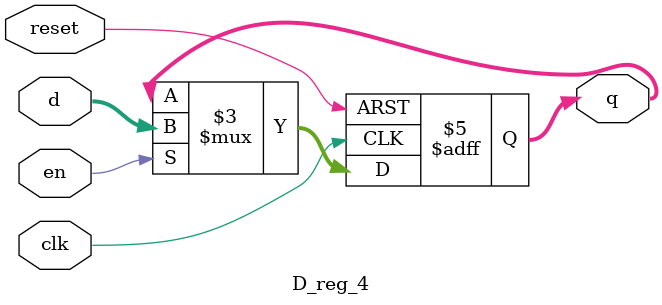
<source format=v>
`timescale 1ns / 1ps


module D_reg_8#(parameter WIDTH = 8) 
(input clk, reset,input en,input[WIDTH-1:0] d, output reg [WIDTH-1:0] q); 
//   asynchronous, active HIGH reset w. enable input
always@(posedge clk, posedge reset)
if (reset) q <= 0;
else if (en) q <= d;
else q <= q; 

endmodule

module D_reg_4#(parameter WIDTH = 4) 
(input clk, reset,input en,input[WIDTH-1:0] d, output reg [WIDTH-1:0] q); 
//   asynchronous, active HIGH reset w. enable input
always@(posedge clk, posedge reset)
if (reset) q <= 0;
else if (en) q <= d;
else q <= q; 

endmodule

</source>
